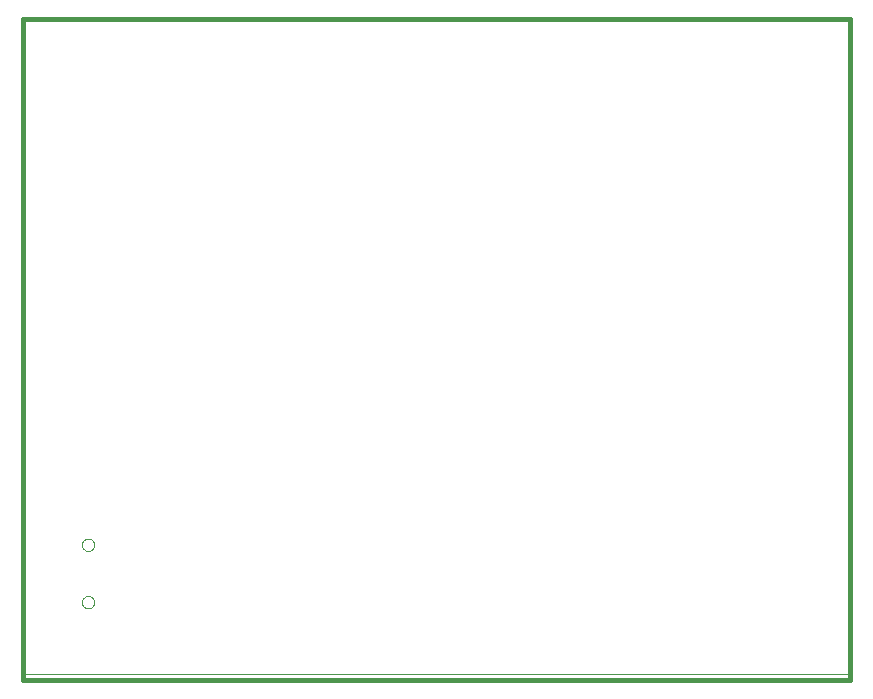
<source format=gbr>
G75*
G70*
%OFA0B0*%
%FSLAX24Y24*%
%IPPOS*%
%LPD*%
%AMOC8*
5,1,8,0,0,1.08239X$1,22.5*
%
%ADD10C,0.0000*%
%ADD11C,0.0160*%
D10*
X000180Y000367D02*
X000180Y022137D01*
X027812Y022137D01*
X027812Y000367D01*
X000180Y000367D01*
X002155Y002772D02*
X002157Y002800D01*
X002163Y002828D01*
X002172Y002854D01*
X002185Y002880D01*
X002201Y002903D01*
X002221Y002923D01*
X002243Y002941D01*
X002267Y002956D01*
X002293Y002967D01*
X002320Y002975D01*
X002348Y002979D01*
X002376Y002979D01*
X002404Y002975D01*
X002431Y002967D01*
X002457Y002956D01*
X002481Y002941D01*
X002503Y002923D01*
X002523Y002903D01*
X002539Y002880D01*
X002552Y002854D01*
X002561Y002828D01*
X002567Y002800D01*
X002569Y002772D01*
X002567Y002744D01*
X002561Y002716D01*
X002552Y002690D01*
X002539Y002664D01*
X002523Y002641D01*
X002503Y002621D01*
X002481Y002603D01*
X002457Y002588D01*
X002431Y002577D01*
X002404Y002569D01*
X002376Y002565D01*
X002348Y002565D01*
X002320Y002569D01*
X002293Y002577D01*
X002267Y002588D01*
X002243Y002603D01*
X002221Y002621D01*
X002201Y002641D01*
X002185Y002664D01*
X002172Y002690D01*
X002163Y002716D01*
X002157Y002744D01*
X002155Y002772D01*
X002155Y004682D02*
X002157Y004710D01*
X002163Y004738D01*
X002172Y004764D01*
X002185Y004790D01*
X002201Y004813D01*
X002221Y004833D01*
X002243Y004851D01*
X002267Y004866D01*
X002293Y004877D01*
X002320Y004885D01*
X002348Y004889D01*
X002376Y004889D01*
X002404Y004885D01*
X002431Y004877D01*
X002457Y004866D01*
X002481Y004851D01*
X002503Y004833D01*
X002523Y004813D01*
X002539Y004790D01*
X002552Y004764D01*
X002561Y004738D01*
X002567Y004710D01*
X002569Y004682D01*
X002567Y004654D01*
X002561Y004626D01*
X002552Y004600D01*
X002539Y004574D01*
X002523Y004551D01*
X002503Y004531D01*
X002481Y004513D01*
X002457Y004498D01*
X002431Y004487D01*
X002404Y004479D01*
X002376Y004475D01*
X002348Y004475D01*
X002320Y004479D01*
X002293Y004487D01*
X002267Y004498D01*
X002243Y004513D01*
X002221Y004531D01*
X002201Y004551D01*
X002185Y004574D01*
X002172Y004600D01*
X002163Y004626D01*
X002157Y004654D01*
X002155Y004682D01*
D11*
X000198Y000180D02*
X000198Y022227D01*
X027757Y022227D01*
X027757Y000180D01*
X000198Y000180D01*
M02*

</source>
